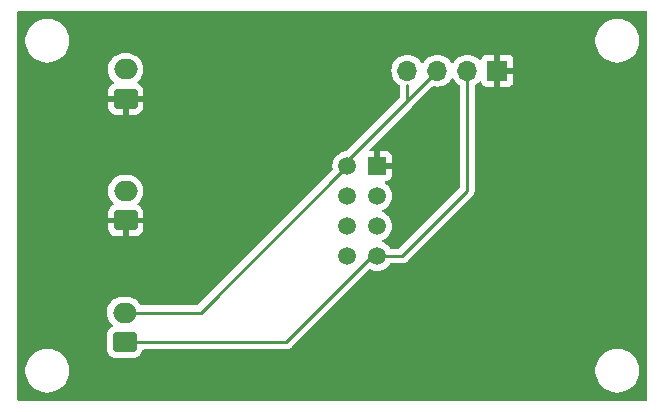
<source format=gbr>
%TF.GenerationSoftware,KiCad,Pcbnew,8.0.4*%
%TF.CreationDate,2024-12-12T17:07:26+08:00*%
%TF.ProjectId,esp01s-power-board,65737030-3173-42d7-906f-7765722d626f,rev?*%
%TF.SameCoordinates,Original*%
%TF.FileFunction,Copper,L2,Bot*%
%TF.FilePolarity,Positive*%
%FSLAX46Y46*%
G04 Gerber Fmt 4.6, Leading zero omitted, Abs format (unit mm)*
G04 Created by KiCad (PCBNEW 8.0.4) date 2024-12-12 17:07:26*
%MOMM*%
%LPD*%
G01*
G04 APERTURE LIST*
G04 Aperture macros list*
%AMRoundRect*
0 Rectangle with rounded corners*
0 $1 Rounding radius*
0 $2 $3 $4 $5 $6 $7 $8 $9 X,Y pos of 4 corners*
0 Add a 4 corners polygon primitive as box body*
4,1,4,$2,$3,$4,$5,$6,$7,$8,$9,$2,$3,0*
0 Add four circle primitives for the rounded corners*
1,1,$1+$1,$2,$3*
1,1,$1+$1,$4,$5*
1,1,$1+$1,$6,$7*
1,1,$1+$1,$8,$9*
0 Add four rect primitives between the rounded corners*
20,1,$1+$1,$2,$3,$4,$5,0*
20,1,$1+$1,$4,$5,$6,$7,0*
20,1,$1+$1,$6,$7,$8,$9,0*
20,1,$1+$1,$8,$9,$2,$3,0*%
G04 Aperture macros list end*
%TA.AperFunction,ComponentPad*%
%ADD10R,1.700000X1.700000*%
%TD*%
%TA.AperFunction,ComponentPad*%
%ADD11O,1.700000X1.700000*%
%TD*%
%TA.AperFunction,ComponentPad*%
%ADD12R,1.500000X1.500000*%
%TD*%
%TA.AperFunction,ComponentPad*%
%ADD13C,1.500000*%
%TD*%
%TA.AperFunction,ComponentPad*%
%ADD14RoundRect,0.250000X0.750000X-0.600000X0.750000X0.600000X-0.750000X0.600000X-0.750000X-0.600000X0*%
%TD*%
%TA.AperFunction,ComponentPad*%
%ADD15O,2.000000X1.700000*%
%TD*%
%TA.AperFunction,Conductor*%
%ADD16C,0.250000*%
%TD*%
G04 APERTURE END LIST*
D10*
%TO.P,J5,1,Pin_1*%
%TO.N,GND*%
X88900000Y-53340000D03*
D11*
%TO.P,J5,2,Pin_2*%
%TO.N,RX*%
X86360000Y-53340000D03*
%TO.P,J5,3,Pin_3*%
%TO.N,TX*%
X83820000Y-53340000D03*
%TO.P,J5,4,Pin_4*%
%TO.N,GPIO2*%
X81280000Y-53340000D03*
%TD*%
D12*
%TO.P,U1,1,GND*%
%TO.N,GND*%
X78740000Y-61407500D03*
D13*
%TO.P,U1,2,IO2*%
%TO.N,GPIO2*%
X78740000Y-63947500D03*
%TO.P,U1,3,IO0*%
%TO.N,unconnected-(U1-IO0-Pad3)*%
X78740000Y-66487500D03*
%TO.P,U1,4,RXD*%
%TO.N,RX*%
X78740000Y-69027500D03*
%TO.P,U1,5,TXD*%
%TO.N,TX*%
X76200000Y-61407500D03*
%TO.P,U1,6,EN*%
%TO.N,unconnected-(U1-EN-Pad6)*%
X76200000Y-63947500D03*
%TO.P,U1,7,~{RST}*%
%TO.N,unconnected-(U1-~{RST}-Pad7)*%
X76200000Y-66487500D03*
%TO.P,U1,8,VCC*%
%TO.N,+3V3*%
X76200000Y-69027500D03*
%TD*%
D14*
%TO.P,J4,1,Pin_1*%
%TO.N,GND*%
X57426115Y-66020000D03*
D15*
%TO.P,J4,2,Pin_2*%
%TO.N,+5V*%
X57426115Y-63520000D03*
%TD*%
D14*
%TO.P,J2,1,Pin_1*%
%TO.N,RX*%
X57336793Y-76313836D03*
D15*
%TO.P,J2,2,Pin_2*%
%TO.N,TX*%
X57336793Y-73813836D03*
%TD*%
D14*
%TO.P,J1,1,Pin_1*%
%TO.N,GND*%
X57426115Y-55726164D03*
D15*
%TO.P,J1,2,Pin_2*%
%TO.N,+12V*%
X57426115Y-53226164D03*
%TD*%
D16*
%TO.N,TX*%
X63793664Y-73813836D02*
X57336793Y-73813836D01*
X81280000Y-55880000D02*
X76200000Y-60960000D01*
X81280000Y-55880000D02*
X81280000Y-54515000D01*
X76200000Y-60960000D02*
X76200000Y-61407500D01*
X76200000Y-61407500D02*
X63793664Y-73813836D01*
X83820000Y-53340000D02*
X81280000Y-55880000D01*
%TO.N,RX*%
X78740000Y-69027500D02*
X80832500Y-69027500D01*
X78740000Y-68580000D02*
X71006164Y-76313836D01*
X71006164Y-76313836D02*
X57336793Y-76313836D01*
X80832500Y-69027500D02*
X86360000Y-63500000D01*
X86360000Y-63500000D02*
X86360000Y-53340000D01*
X78740000Y-69027500D02*
X78740000Y-68580000D01*
%TD*%
%TA.AperFunction,Conductor*%
%TO.N,GND*%
G36*
X85174855Y-54006546D02*
G01*
X85191575Y-54025842D01*
X85321501Y-54211396D01*
X85321506Y-54211402D01*
X85488597Y-54378493D01*
X85488603Y-54378498D01*
X85499888Y-54386400D01*
X85681624Y-54513653D01*
X85725248Y-54568228D01*
X85734500Y-54615226D01*
X85734500Y-63189547D01*
X85714815Y-63256586D01*
X85698181Y-63277228D01*
X80609729Y-68365681D01*
X80548406Y-68399166D01*
X80522048Y-68402000D01*
X79893150Y-68402000D01*
X79826111Y-68382315D01*
X79791575Y-68349123D01*
X79701599Y-68220624D01*
X79701596Y-68220621D01*
X79546877Y-68065902D01*
X79367639Y-67940398D01*
X79216414Y-67869881D01*
X79163977Y-67823710D01*
X79144825Y-67756516D01*
X79165041Y-67689635D01*
X79216414Y-67645118D01*
X79367639Y-67574602D01*
X79546877Y-67449098D01*
X79701598Y-67294377D01*
X79827102Y-67115139D01*
X79919575Y-66916830D01*
X79976207Y-66705477D01*
X79995277Y-66487500D01*
X79976207Y-66269523D01*
X79941548Y-66140175D01*
X79919577Y-66058177D01*
X79919576Y-66058176D01*
X79919575Y-66058170D01*
X79827102Y-65859862D01*
X79827100Y-65859859D01*
X79827099Y-65859857D01*
X79701599Y-65680624D01*
X79640876Y-65619901D01*
X79546877Y-65525902D01*
X79367639Y-65400398D01*
X79216414Y-65329881D01*
X79163977Y-65283710D01*
X79144825Y-65216516D01*
X79165041Y-65149635D01*
X79216414Y-65105118D01*
X79367639Y-65034602D01*
X79546877Y-64909098D01*
X79701598Y-64754377D01*
X79827102Y-64575139D01*
X79919575Y-64376830D01*
X79976207Y-64165477D01*
X79995277Y-63947500D01*
X79976207Y-63729523D01*
X79919575Y-63518170D01*
X79827102Y-63319862D01*
X79827100Y-63319859D01*
X79827099Y-63319857D01*
X79701599Y-63140624D01*
X79701596Y-63140621D01*
X79546877Y-62985902D01*
X79400022Y-62883073D01*
X79356399Y-62828498D01*
X79349207Y-62758999D01*
X79380729Y-62696645D01*
X79440959Y-62661231D01*
X79471148Y-62657500D01*
X79537828Y-62657500D01*
X79537844Y-62657499D01*
X79597372Y-62651098D01*
X79597379Y-62651096D01*
X79732086Y-62600854D01*
X79732093Y-62600850D01*
X79847187Y-62514690D01*
X79847190Y-62514687D01*
X79933350Y-62399593D01*
X79933354Y-62399586D01*
X79983596Y-62264879D01*
X79983598Y-62264872D01*
X79989999Y-62205344D01*
X79990000Y-62205327D01*
X79990000Y-61657500D01*
X79055686Y-61657500D01*
X79060080Y-61653106D01*
X79112741Y-61561894D01*
X79140000Y-61460161D01*
X79140000Y-61354839D01*
X79112741Y-61253106D01*
X79060080Y-61161894D01*
X79055686Y-61157500D01*
X79990000Y-61157500D01*
X79990000Y-60609672D01*
X79989999Y-60609655D01*
X79983598Y-60550127D01*
X79983596Y-60550120D01*
X79933354Y-60415413D01*
X79933350Y-60415406D01*
X79847190Y-60300312D01*
X79847187Y-60300309D01*
X79732093Y-60214149D01*
X79732086Y-60214145D01*
X79597379Y-60163903D01*
X79597372Y-60163901D01*
X79537844Y-60157500D01*
X78990000Y-60157500D01*
X78990000Y-61091814D01*
X78985606Y-61087420D01*
X78894394Y-61034759D01*
X78792661Y-61007500D01*
X78687339Y-61007500D01*
X78585606Y-61034759D01*
X78494394Y-61087420D01*
X78490000Y-61091814D01*
X78490000Y-60157500D01*
X78186450Y-60157500D01*
X78119411Y-60137815D01*
X78073656Y-60085011D01*
X78063712Y-60015853D01*
X78092737Y-59952297D01*
X78098755Y-59945833D01*
X81671664Y-56372925D01*
X81671671Y-56372919D01*
X81678731Y-56365859D01*
X81678733Y-56365858D01*
X81765858Y-56278733D01*
X81765858Y-56278731D01*
X81776062Y-56268528D01*
X81776066Y-56268523D01*
X83364353Y-54680235D01*
X83425674Y-54646752D01*
X83484125Y-54648143D01*
X83518780Y-54657428D01*
X83584592Y-54675063D01*
X83755319Y-54690000D01*
X83819999Y-54695659D01*
X83820000Y-54695659D01*
X83820001Y-54695659D01*
X83884681Y-54690000D01*
X84055408Y-54675063D01*
X84283663Y-54613903D01*
X84497830Y-54514035D01*
X84691401Y-54378495D01*
X84858495Y-54211401D01*
X84988425Y-54025842D01*
X85043002Y-53982217D01*
X85112500Y-53975023D01*
X85174855Y-54006546D01*
G37*
%TD.AperFunction*%
%TA.AperFunction,Conductor*%
G36*
X101543039Y-48279685D02*
G01*
X101588794Y-48332489D01*
X101600000Y-48384000D01*
X101600000Y-81156000D01*
X101580315Y-81223039D01*
X101527511Y-81268794D01*
X101476000Y-81280000D01*
X48384000Y-81280000D01*
X48316961Y-81260315D01*
X48271206Y-81207511D01*
X48260000Y-81156000D01*
X48260000Y-78618711D01*
X48949500Y-78618711D01*
X48949500Y-78861288D01*
X48981161Y-79101785D01*
X49043947Y-79336104D01*
X49136773Y-79560205D01*
X49136776Y-79560212D01*
X49258064Y-79770289D01*
X49258066Y-79770292D01*
X49258067Y-79770293D01*
X49405733Y-79962736D01*
X49405739Y-79962743D01*
X49577256Y-80134260D01*
X49577262Y-80134265D01*
X49769711Y-80281936D01*
X49979788Y-80403224D01*
X50203900Y-80496054D01*
X50438211Y-80558838D01*
X50618586Y-80582584D01*
X50678711Y-80590500D01*
X50678712Y-80590500D01*
X50921289Y-80590500D01*
X50969388Y-80584167D01*
X51161789Y-80558838D01*
X51396100Y-80496054D01*
X51620212Y-80403224D01*
X51830289Y-80281936D01*
X52022738Y-80134265D01*
X52194265Y-79962738D01*
X52341936Y-79770289D01*
X52463224Y-79560212D01*
X52556054Y-79336100D01*
X52618838Y-79101789D01*
X52650500Y-78861288D01*
X52650500Y-78618712D01*
X52650500Y-78618711D01*
X97209500Y-78618711D01*
X97209500Y-78861288D01*
X97241161Y-79101785D01*
X97303947Y-79336104D01*
X97396773Y-79560205D01*
X97396776Y-79560212D01*
X97518064Y-79770289D01*
X97518066Y-79770292D01*
X97518067Y-79770293D01*
X97665733Y-79962736D01*
X97665739Y-79962743D01*
X97837256Y-80134260D01*
X97837262Y-80134265D01*
X98029711Y-80281936D01*
X98239788Y-80403224D01*
X98463900Y-80496054D01*
X98698211Y-80558838D01*
X98878586Y-80582584D01*
X98938711Y-80590500D01*
X98938712Y-80590500D01*
X99181289Y-80590500D01*
X99229388Y-80584167D01*
X99421789Y-80558838D01*
X99656100Y-80496054D01*
X99880212Y-80403224D01*
X100090289Y-80281936D01*
X100282738Y-80134265D01*
X100454265Y-79962738D01*
X100601936Y-79770289D01*
X100723224Y-79560212D01*
X100816054Y-79336100D01*
X100878838Y-79101789D01*
X100910500Y-78861288D01*
X100910500Y-78618712D01*
X100878838Y-78378211D01*
X100816054Y-78143900D01*
X100723224Y-77919788D01*
X100601936Y-77709711D01*
X100454265Y-77517262D01*
X100454260Y-77517256D01*
X100282743Y-77345739D01*
X100282736Y-77345733D01*
X100090293Y-77198067D01*
X100090292Y-77198066D01*
X100090289Y-77198064D01*
X99880212Y-77076776D01*
X99880205Y-77076773D01*
X99656104Y-76983947D01*
X99489615Y-76939336D01*
X99421789Y-76921162D01*
X99421788Y-76921161D01*
X99421785Y-76921161D01*
X99181289Y-76889500D01*
X99181288Y-76889500D01*
X98938712Y-76889500D01*
X98938711Y-76889500D01*
X98698214Y-76921161D01*
X98463895Y-76983947D01*
X98239794Y-77076773D01*
X98239785Y-77076777D01*
X98029706Y-77198067D01*
X97837263Y-77345733D01*
X97837256Y-77345739D01*
X97665739Y-77517256D01*
X97665733Y-77517263D01*
X97518067Y-77709706D01*
X97396777Y-77919785D01*
X97396773Y-77919794D01*
X97303947Y-78143895D01*
X97241161Y-78378214D01*
X97209500Y-78618711D01*
X52650500Y-78618711D01*
X52618838Y-78378211D01*
X52556054Y-78143900D01*
X52463224Y-77919788D01*
X52341936Y-77709711D01*
X52194265Y-77517262D01*
X52194260Y-77517256D01*
X52022743Y-77345739D01*
X52022736Y-77345733D01*
X51830293Y-77198067D01*
X51830292Y-77198066D01*
X51830289Y-77198064D01*
X51620212Y-77076776D01*
X51620205Y-77076773D01*
X51396104Y-76983947D01*
X51229615Y-76939336D01*
X51161789Y-76921162D01*
X51161788Y-76921161D01*
X51161785Y-76921161D01*
X50921289Y-76889500D01*
X50921288Y-76889500D01*
X50678712Y-76889500D01*
X50678711Y-76889500D01*
X50438214Y-76921161D01*
X50203895Y-76983947D01*
X49979794Y-77076773D01*
X49979785Y-77076777D01*
X49769706Y-77198067D01*
X49577263Y-77345733D01*
X49577256Y-77345739D01*
X49405739Y-77517256D01*
X49405733Y-77517263D01*
X49258067Y-77709706D01*
X49136777Y-77919785D01*
X49136773Y-77919794D01*
X49043947Y-78143895D01*
X48981161Y-78378214D01*
X48949500Y-78618711D01*
X48260000Y-78618711D01*
X48260000Y-73707549D01*
X55836293Y-73707549D01*
X55836293Y-73920123D01*
X55869547Y-74130079D01*
X55924658Y-74299693D01*
X55935237Y-74332250D01*
X56031744Y-74521656D01*
X56156683Y-74693622D01*
X56295498Y-74832437D01*
X56328983Y-74893760D01*
X56323999Y-74963452D01*
X56282127Y-75019385D01*
X56272914Y-75025657D01*
X56118135Y-75121125D01*
X55994082Y-75245178D01*
X55901980Y-75394499D01*
X55901979Y-75394502D01*
X55846794Y-75561039D01*
X55846794Y-75561040D01*
X55846793Y-75561040D01*
X55836293Y-75663819D01*
X55836293Y-76963837D01*
X55836294Y-76963854D01*
X55846793Y-77066632D01*
X55846794Y-77066635D01*
X55850155Y-77076777D01*
X55901979Y-77233170D01*
X55994081Y-77382492D01*
X56118137Y-77506548D01*
X56267459Y-77598650D01*
X56433996Y-77653835D01*
X56536784Y-77664336D01*
X58136801Y-77664335D01*
X58239590Y-77653835D01*
X58406127Y-77598650D01*
X58555449Y-77506548D01*
X58679505Y-77382492D01*
X58771607Y-77233170D01*
X58826792Y-77066633D01*
X58828416Y-77050734D01*
X58854811Y-76986043D01*
X58911991Y-76945891D01*
X58951774Y-76939336D01*
X71067771Y-76939336D01*
X71128193Y-76927317D01*
X71188616Y-76915299D01*
X71188619Y-76915297D01*
X71188622Y-76915297D01*
X71221951Y-76901490D01*
X71221950Y-76901490D01*
X71221956Y-76901488D01*
X71302450Y-76868148D01*
X71353673Y-76833920D01*
X71404897Y-76799694D01*
X71492022Y-76712569D01*
X71492023Y-76712567D01*
X71499089Y-76705501D01*
X71499092Y-76705497D01*
X78035709Y-70168879D01*
X78097030Y-70135396D01*
X78166722Y-70140380D01*
X78175775Y-70144172D01*
X78310670Y-70207075D01*
X78522023Y-70263707D01*
X78696439Y-70278966D01*
X78739998Y-70282777D01*
X78740000Y-70282777D01*
X78740002Y-70282777D01*
X78768254Y-70280305D01*
X78957977Y-70263707D01*
X79169330Y-70207075D01*
X79367639Y-70114602D01*
X79546877Y-69989098D01*
X79701598Y-69834377D01*
X79791575Y-69705875D01*
X79846151Y-69662252D01*
X79893149Y-69653000D01*
X80894107Y-69653000D01*
X80954529Y-69640981D01*
X81014952Y-69628963D01*
X81014955Y-69628961D01*
X81014958Y-69628961D01*
X81048287Y-69615154D01*
X81048286Y-69615154D01*
X81048292Y-69615152D01*
X81128786Y-69581812D01*
X81180009Y-69547584D01*
X81231233Y-69513358D01*
X81318358Y-69426233D01*
X81318358Y-69426231D01*
X81328566Y-69416024D01*
X81328567Y-69416021D01*
X86845857Y-63898734D01*
X86887613Y-63836243D01*
X86914311Y-63796286D01*
X86961463Y-63682452D01*
X86985500Y-63561606D01*
X86985500Y-54615226D01*
X87005185Y-54548187D01*
X87038374Y-54513654D01*
X87231401Y-54378495D01*
X87353717Y-54256178D01*
X87415036Y-54222696D01*
X87484728Y-54227680D01*
X87540662Y-54269551D01*
X87557577Y-54300528D01*
X87606646Y-54432088D01*
X87606649Y-54432093D01*
X87692809Y-54547187D01*
X87692812Y-54547190D01*
X87807906Y-54633350D01*
X87807913Y-54633354D01*
X87942620Y-54683596D01*
X87942627Y-54683598D01*
X88002155Y-54689999D01*
X88002172Y-54690000D01*
X88650000Y-54690000D01*
X88650000Y-53773012D01*
X88707007Y-53805925D01*
X88834174Y-53840000D01*
X88965826Y-53840000D01*
X89092993Y-53805925D01*
X89150000Y-53773012D01*
X89150000Y-54690000D01*
X89797828Y-54690000D01*
X89797844Y-54689999D01*
X89857372Y-54683598D01*
X89857379Y-54683596D01*
X89992086Y-54633354D01*
X89992093Y-54633350D01*
X90107187Y-54547190D01*
X90107190Y-54547187D01*
X90193350Y-54432093D01*
X90193354Y-54432086D01*
X90243596Y-54297379D01*
X90243598Y-54297372D01*
X90249999Y-54237844D01*
X90250000Y-54237827D01*
X90250000Y-53590000D01*
X89333012Y-53590000D01*
X89365925Y-53532993D01*
X89400000Y-53405826D01*
X89400000Y-53274174D01*
X89365925Y-53147007D01*
X89333012Y-53090000D01*
X90250000Y-53090000D01*
X90250000Y-52442172D01*
X90249999Y-52442155D01*
X90243598Y-52382627D01*
X90243596Y-52382620D01*
X90193354Y-52247913D01*
X90193350Y-52247906D01*
X90107190Y-52132812D01*
X90107187Y-52132809D01*
X89992093Y-52046649D01*
X89992086Y-52046645D01*
X89857379Y-51996403D01*
X89857372Y-51996401D01*
X89797844Y-51990000D01*
X89150000Y-51990000D01*
X89150000Y-52906988D01*
X89092993Y-52874075D01*
X88965826Y-52840000D01*
X88834174Y-52840000D01*
X88707007Y-52874075D01*
X88650000Y-52906988D01*
X88650000Y-51990000D01*
X88002155Y-51990000D01*
X87942627Y-51996401D01*
X87942620Y-51996403D01*
X87807913Y-52046645D01*
X87807906Y-52046649D01*
X87692812Y-52132809D01*
X87692809Y-52132812D01*
X87606649Y-52247906D01*
X87606645Y-52247913D01*
X87557578Y-52379470D01*
X87515707Y-52435404D01*
X87450242Y-52459821D01*
X87381969Y-52444969D01*
X87353715Y-52423819D01*
X87309366Y-52379470D01*
X87231401Y-52301505D01*
X87231397Y-52301502D01*
X87231396Y-52301501D01*
X87037834Y-52165967D01*
X87037830Y-52165965D01*
X86966727Y-52132809D01*
X86823663Y-52066097D01*
X86823659Y-52066096D01*
X86823655Y-52066094D01*
X86595413Y-52004938D01*
X86595403Y-52004936D01*
X86360001Y-51984341D01*
X86359999Y-51984341D01*
X86124596Y-52004936D01*
X86124586Y-52004938D01*
X85896344Y-52066094D01*
X85896335Y-52066098D01*
X85682171Y-52165964D01*
X85682169Y-52165965D01*
X85488597Y-52301505D01*
X85321505Y-52468597D01*
X85191575Y-52654158D01*
X85136998Y-52697783D01*
X85067500Y-52704977D01*
X85005145Y-52673454D01*
X84988425Y-52654158D01*
X84858494Y-52468597D01*
X84691402Y-52301506D01*
X84691395Y-52301501D01*
X84497834Y-52165967D01*
X84497830Y-52165965D01*
X84426727Y-52132809D01*
X84283663Y-52066097D01*
X84283659Y-52066096D01*
X84283655Y-52066094D01*
X84055413Y-52004938D01*
X84055403Y-52004936D01*
X83820001Y-51984341D01*
X83819999Y-51984341D01*
X83584596Y-52004936D01*
X83584586Y-52004938D01*
X83356344Y-52066094D01*
X83356335Y-52066098D01*
X83142171Y-52165964D01*
X83142169Y-52165965D01*
X82948597Y-52301505D01*
X82781505Y-52468597D01*
X82651575Y-52654158D01*
X82596998Y-52697783D01*
X82527500Y-52704977D01*
X82465145Y-52673454D01*
X82448425Y-52654158D01*
X82318494Y-52468597D01*
X82151402Y-52301506D01*
X82151395Y-52301501D01*
X81957834Y-52165967D01*
X81957830Y-52165965D01*
X81886727Y-52132809D01*
X81743663Y-52066097D01*
X81743659Y-52066096D01*
X81743655Y-52066094D01*
X81515413Y-52004938D01*
X81515403Y-52004936D01*
X81280001Y-51984341D01*
X81279999Y-51984341D01*
X81044596Y-52004936D01*
X81044586Y-52004938D01*
X80816344Y-52066094D01*
X80816335Y-52066098D01*
X80602171Y-52165964D01*
X80602169Y-52165965D01*
X80408597Y-52301505D01*
X80241505Y-52468597D01*
X80105965Y-52662169D01*
X80105964Y-52662171D01*
X80006098Y-52876335D01*
X80006094Y-52876344D01*
X79944938Y-53104586D01*
X79944936Y-53104596D01*
X79924341Y-53339999D01*
X79924341Y-53340000D01*
X79944936Y-53575403D01*
X79944938Y-53575413D01*
X80006094Y-53803655D01*
X80006096Y-53803659D01*
X80006097Y-53803663D01*
X80066865Y-53933980D01*
X80105965Y-54017830D01*
X80105967Y-54017834D01*
X80214281Y-54172521D01*
X80241501Y-54211396D01*
X80241506Y-54211402D01*
X80408597Y-54378493D01*
X80408603Y-54378498D01*
X80419888Y-54386400D01*
X80601624Y-54513653D01*
X80645248Y-54568228D01*
X80654500Y-54615226D01*
X80654500Y-55569547D01*
X80634815Y-55636586D01*
X80618181Y-55657228D01*
X76147735Y-60127673D01*
X76086412Y-60161158D01*
X76070862Y-60163520D01*
X75982027Y-60171292D01*
X75982017Y-60171294D01*
X75770677Y-60227922D01*
X75770668Y-60227926D01*
X75572361Y-60320398D01*
X75572357Y-60320400D01*
X75393121Y-60445902D01*
X75238402Y-60600621D01*
X75112900Y-60779857D01*
X75112898Y-60779861D01*
X75020426Y-60978168D01*
X75020422Y-60978177D01*
X74963793Y-61189520D01*
X74963793Y-61189523D01*
X74944723Y-61407500D01*
X74963793Y-61625477D01*
X74971196Y-61653106D01*
X74973505Y-61661721D01*
X74971842Y-61731571D01*
X74941411Y-61781496D01*
X63570893Y-73152017D01*
X63509570Y-73185502D01*
X63483212Y-73188336D01*
X58759774Y-73188336D01*
X58692735Y-73168651D01*
X58649290Y-73120633D01*
X58641842Y-73106016D01*
X58516902Y-72934049D01*
X58366579Y-72783726D01*
X58194613Y-72658787D01*
X58005207Y-72562280D01*
X58005206Y-72562279D01*
X58005205Y-72562279D01*
X57803036Y-72496590D01*
X57803034Y-72496589D01*
X57803033Y-72496589D01*
X57641750Y-72471044D01*
X57593080Y-72463336D01*
X57080506Y-72463336D01*
X57031835Y-72471044D01*
X56870553Y-72496589D01*
X56668378Y-72562280D01*
X56478972Y-72658787D01*
X56307006Y-72783726D01*
X56156683Y-72934049D01*
X56031744Y-73106015D01*
X55935237Y-73295421D01*
X55869546Y-73497596D01*
X55836293Y-73707549D01*
X48260000Y-73707549D01*
X48260000Y-63413713D01*
X55925615Y-63413713D01*
X55925615Y-63626286D01*
X55957680Y-63828740D01*
X55958869Y-63836243D01*
X55995019Y-63947502D01*
X56024559Y-64038414D01*
X56121066Y-64227820D01*
X56246005Y-64399786D01*
X56385183Y-64538964D01*
X56418668Y-64600287D01*
X56413684Y-64669979D01*
X56371812Y-64725912D01*
X56362599Y-64732183D01*
X56207774Y-64827680D01*
X56207770Y-64827683D01*
X56083799Y-64951654D01*
X55991758Y-65100875D01*
X55991756Y-65100880D01*
X55936609Y-65267302D01*
X55936608Y-65267309D01*
X55926115Y-65370013D01*
X55926115Y-65770000D01*
X56993103Y-65770000D01*
X56960190Y-65827007D01*
X56926115Y-65954174D01*
X56926115Y-66085826D01*
X56960190Y-66212993D01*
X56993103Y-66270000D01*
X55926116Y-66270000D01*
X55926116Y-66669986D01*
X55936609Y-66772697D01*
X55991756Y-66939119D01*
X55991758Y-66939124D01*
X56083799Y-67088345D01*
X56207769Y-67212315D01*
X56356990Y-67304356D01*
X56356995Y-67304358D01*
X56523417Y-67359505D01*
X56523424Y-67359506D01*
X56626134Y-67369999D01*
X57176114Y-67369999D01*
X57176115Y-67369998D01*
X57176115Y-66453012D01*
X57233122Y-66485925D01*
X57360289Y-66520000D01*
X57491941Y-66520000D01*
X57619108Y-66485925D01*
X57676115Y-66453012D01*
X57676115Y-67369999D01*
X58226087Y-67369999D01*
X58226101Y-67369998D01*
X58328812Y-67359505D01*
X58495234Y-67304358D01*
X58495239Y-67304356D01*
X58644460Y-67212315D01*
X58768430Y-67088345D01*
X58860471Y-66939124D01*
X58860473Y-66939119D01*
X58915620Y-66772697D01*
X58915621Y-66772690D01*
X58926114Y-66669986D01*
X58926115Y-66669973D01*
X58926115Y-66270000D01*
X57859127Y-66270000D01*
X57892040Y-66212993D01*
X57926115Y-66085826D01*
X57926115Y-65954174D01*
X57892040Y-65827007D01*
X57859127Y-65770000D01*
X58926114Y-65770000D01*
X58926114Y-65370028D01*
X58926113Y-65370013D01*
X58915620Y-65267302D01*
X58860473Y-65100880D01*
X58860471Y-65100875D01*
X58768430Y-64951654D01*
X58644460Y-64827684D01*
X58489630Y-64732184D01*
X58442906Y-64680236D01*
X58431683Y-64611273D01*
X58459527Y-64547191D01*
X58467024Y-64538986D01*
X58606219Y-64399792D01*
X58731166Y-64227816D01*
X58827672Y-64038412D01*
X58893361Y-63836243D01*
X58926615Y-63626287D01*
X58926615Y-63413713D01*
X58893361Y-63203757D01*
X58827672Y-63001588D01*
X58731166Y-62812184D01*
X58731164Y-62812181D01*
X58731163Y-62812179D01*
X58606224Y-62640213D01*
X58455901Y-62489890D01*
X58283935Y-62364951D01*
X58094529Y-62268444D01*
X58094528Y-62268443D01*
X58094527Y-62268443D01*
X57892358Y-62202754D01*
X57892356Y-62202753D01*
X57892355Y-62202753D01*
X57731072Y-62177208D01*
X57682402Y-62169500D01*
X57169828Y-62169500D01*
X57121157Y-62177208D01*
X56959875Y-62202753D01*
X56757700Y-62268444D01*
X56568294Y-62364951D01*
X56396328Y-62489890D01*
X56246005Y-62640213D01*
X56121066Y-62812179D01*
X56024559Y-63001585D01*
X55958868Y-63203760D01*
X55925615Y-63413713D01*
X48260000Y-63413713D01*
X48260000Y-53119877D01*
X55925615Y-53119877D01*
X55925615Y-53332451D01*
X55958869Y-53542407D01*
X56023103Y-53740099D01*
X56024559Y-53744578D01*
X56121066Y-53933984D01*
X56246005Y-54105950D01*
X56385183Y-54245128D01*
X56418668Y-54306451D01*
X56413684Y-54376143D01*
X56371812Y-54432076D01*
X56362599Y-54438347D01*
X56207774Y-54533844D01*
X56207770Y-54533847D01*
X56083799Y-54657818D01*
X55991758Y-54807039D01*
X55991756Y-54807044D01*
X55936609Y-54973466D01*
X55936608Y-54973473D01*
X55926115Y-55076177D01*
X55926115Y-55476164D01*
X56993103Y-55476164D01*
X56960190Y-55533171D01*
X56926115Y-55660338D01*
X56926115Y-55791990D01*
X56960190Y-55919157D01*
X56993103Y-55976164D01*
X55926116Y-55976164D01*
X55926116Y-56376150D01*
X55936609Y-56478861D01*
X55991756Y-56645283D01*
X55991758Y-56645288D01*
X56083799Y-56794509D01*
X56207769Y-56918479D01*
X56356990Y-57010520D01*
X56356995Y-57010522D01*
X56523417Y-57065669D01*
X56523424Y-57065670D01*
X56626134Y-57076163D01*
X57176114Y-57076163D01*
X57176115Y-57076162D01*
X57176115Y-56159176D01*
X57233122Y-56192089D01*
X57360289Y-56226164D01*
X57491941Y-56226164D01*
X57619108Y-56192089D01*
X57676115Y-56159176D01*
X57676115Y-57076163D01*
X58226087Y-57076163D01*
X58226101Y-57076162D01*
X58328812Y-57065669D01*
X58495234Y-57010522D01*
X58495239Y-57010520D01*
X58644460Y-56918479D01*
X58768430Y-56794509D01*
X58860471Y-56645288D01*
X58860473Y-56645283D01*
X58915620Y-56478861D01*
X58915621Y-56478854D01*
X58926114Y-56376150D01*
X58926115Y-56376137D01*
X58926115Y-55976164D01*
X57859127Y-55976164D01*
X57892040Y-55919157D01*
X57926115Y-55791990D01*
X57926115Y-55660338D01*
X57892040Y-55533171D01*
X57859127Y-55476164D01*
X58926114Y-55476164D01*
X58926114Y-55076192D01*
X58926113Y-55076177D01*
X58915620Y-54973466D01*
X58860473Y-54807044D01*
X58860471Y-54807039D01*
X58768430Y-54657818D01*
X58644460Y-54533848D01*
X58489630Y-54438348D01*
X58442906Y-54386400D01*
X58431683Y-54317437D01*
X58459527Y-54253355D01*
X58467024Y-54245150D01*
X58606219Y-54105956D01*
X58731166Y-53933980D01*
X58827672Y-53744576D01*
X58893361Y-53542407D01*
X58926615Y-53332451D01*
X58926615Y-53119877D01*
X58893361Y-52909921D01*
X58827672Y-52707752D01*
X58731166Y-52518348D01*
X58731164Y-52518345D01*
X58731163Y-52518343D01*
X58606224Y-52346377D01*
X58455901Y-52196054D01*
X58283935Y-52071115D01*
X58094529Y-51974608D01*
X58094528Y-51974607D01*
X58094527Y-51974607D01*
X57892358Y-51908918D01*
X57892356Y-51908917D01*
X57892355Y-51908917D01*
X57731072Y-51883372D01*
X57682402Y-51875664D01*
X57169828Y-51875664D01*
X57121157Y-51883372D01*
X56959875Y-51908917D01*
X56757700Y-51974608D01*
X56568294Y-52071115D01*
X56396328Y-52196054D01*
X56246005Y-52346377D01*
X56121066Y-52518343D01*
X56024559Y-52707749D01*
X55958868Y-52909924D01*
X55939376Y-53032993D01*
X55925615Y-53119877D01*
X48260000Y-53119877D01*
X48260000Y-50678711D01*
X48949500Y-50678711D01*
X48949500Y-50921288D01*
X48981161Y-51161785D01*
X49043947Y-51396104D01*
X49136773Y-51620205D01*
X49136776Y-51620212D01*
X49258064Y-51830289D01*
X49258066Y-51830292D01*
X49258067Y-51830293D01*
X49405733Y-52022736D01*
X49405739Y-52022743D01*
X49577256Y-52194260D01*
X49577263Y-52194266D01*
X49690321Y-52281018D01*
X49769711Y-52341936D01*
X49979788Y-52463224D01*
X50203900Y-52556054D01*
X50438211Y-52618838D01*
X50618586Y-52642584D01*
X50678711Y-52650500D01*
X50678712Y-52650500D01*
X50921289Y-52650500D01*
X50969388Y-52644167D01*
X51161789Y-52618838D01*
X51396100Y-52556054D01*
X51620212Y-52463224D01*
X51830289Y-52341936D01*
X52022738Y-52194265D01*
X52194265Y-52022738D01*
X52341936Y-51830289D01*
X52463224Y-51620212D01*
X52556054Y-51396100D01*
X52618838Y-51161789D01*
X52650500Y-50921288D01*
X52650500Y-50678712D01*
X52650500Y-50678711D01*
X97209500Y-50678711D01*
X97209500Y-50921288D01*
X97241161Y-51161785D01*
X97303947Y-51396104D01*
X97396773Y-51620205D01*
X97396776Y-51620212D01*
X97518064Y-51830289D01*
X97518066Y-51830292D01*
X97518067Y-51830293D01*
X97665733Y-52022736D01*
X97665739Y-52022743D01*
X97837256Y-52194260D01*
X97837263Y-52194266D01*
X97950321Y-52281018D01*
X98029711Y-52341936D01*
X98239788Y-52463224D01*
X98463900Y-52556054D01*
X98698211Y-52618838D01*
X98878586Y-52642584D01*
X98938711Y-52650500D01*
X98938712Y-52650500D01*
X99181289Y-52650500D01*
X99229388Y-52644167D01*
X99421789Y-52618838D01*
X99656100Y-52556054D01*
X99880212Y-52463224D01*
X100090289Y-52341936D01*
X100282738Y-52194265D01*
X100454265Y-52022738D01*
X100601936Y-51830289D01*
X100723224Y-51620212D01*
X100816054Y-51396100D01*
X100878838Y-51161789D01*
X100910500Y-50921288D01*
X100910500Y-50678712D01*
X100878838Y-50438211D01*
X100816054Y-50203900D01*
X100723224Y-49979788D01*
X100601936Y-49769711D01*
X100454265Y-49577262D01*
X100454260Y-49577256D01*
X100282743Y-49405739D01*
X100282736Y-49405733D01*
X100090293Y-49258067D01*
X100090292Y-49258066D01*
X100090289Y-49258064D01*
X99880212Y-49136776D01*
X99880205Y-49136773D01*
X99656104Y-49043947D01*
X99421785Y-48981161D01*
X99181289Y-48949500D01*
X99181288Y-48949500D01*
X98938712Y-48949500D01*
X98938711Y-48949500D01*
X98698214Y-48981161D01*
X98463895Y-49043947D01*
X98239794Y-49136773D01*
X98239785Y-49136777D01*
X98029706Y-49258067D01*
X97837263Y-49405733D01*
X97837256Y-49405739D01*
X97665739Y-49577256D01*
X97665733Y-49577263D01*
X97518067Y-49769706D01*
X97396777Y-49979785D01*
X97396773Y-49979794D01*
X97303947Y-50203895D01*
X97241161Y-50438214D01*
X97209500Y-50678711D01*
X52650500Y-50678711D01*
X52618838Y-50438211D01*
X52556054Y-50203900D01*
X52463224Y-49979788D01*
X52341936Y-49769711D01*
X52194265Y-49577262D01*
X52194260Y-49577256D01*
X52022743Y-49405739D01*
X52022736Y-49405733D01*
X51830293Y-49258067D01*
X51830292Y-49258066D01*
X51830289Y-49258064D01*
X51620212Y-49136776D01*
X51620205Y-49136773D01*
X51396104Y-49043947D01*
X51161785Y-48981161D01*
X50921289Y-48949500D01*
X50921288Y-48949500D01*
X50678712Y-48949500D01*
X50678711Y-48949500D01*
X50438214Y-48981161D01*
X50203895Y-49043947D01*
X49979794Y-49136773D01*
X49979785Y-49136777D01*
X49769706Y-49258067D01*
X49577263Y-49405733D01*
X49577256Y-49405739D01*
X49405739Y-49577256D01*
X49405733Y-49577263D01*
X49258067Y-49769706D01*
X49136777Y-49979785D01*
X49136773Y-49979794D01*
X49043947Y-50203895D01*
X48981161Y-50438214D01*
X48949500Y-50678711D01*
X48260000Y-50678711D01*
X48260000Y-48384000D01*
X48279685Y-48316961D01*
X48332489Y-48271206D01*
X48384000Y-48260000D01*
X101476000Y-48260000D01*
X101543039Y-48279685D01*
G37*
%TD.AperFunction*%
%TD*%
M02*

</source>
